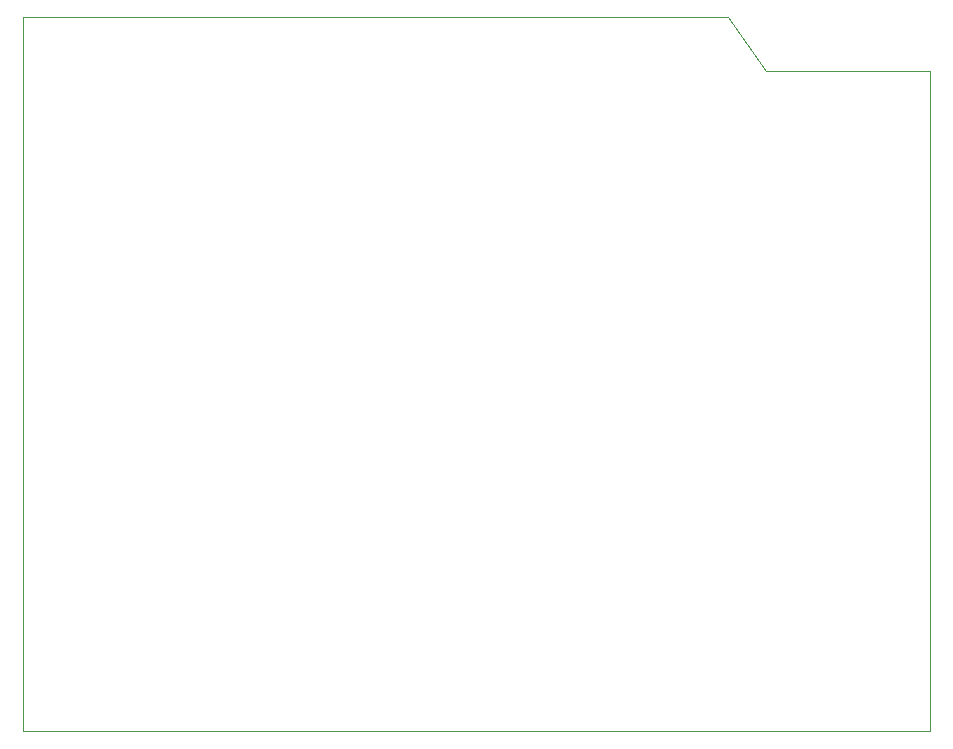
<source format=gbr>
%TF.GenerationSoftware,KiCad,Pcbnew,5.1.6-c6e7f7d~86~ubuntu20.04.1*%
%TF.CreationDate,2020-06-03T17:40:23+02:00*%
%TF.ProjectId,FShort,4653686f-7274-42e6-9b69-6361645f7063,rev?*%
%TF.SameCoordinates,Original*%
%TF.FileFunction,Profile,NP*%
%FSLAX46Y46*%
G04 Gerber Fmt 4.6, Leading zero omitted, Abs format (unit mm)*
G04 Created by KiCad (PCBNEW 5.1.6-c6e7f7d~86~ubuntu20.04.1) date 2020-06-03 17:40:23*
%MOMM*%
%LPD*%
G01*
G04 APERTURE LIST*
%TA.AperFunction,Profile*%
%ADD10C,0.050000*%
%TD*%
G04 APERTURE END LIST*
D10*
X162900000Y-41500000D02*
X176800000Y-41500000D01*
X159700000Y-37000000D02*
X162900000Y-41500000D01*
X100000000Y-37000000D02*
X159700000Y-37000000D01*
X100000000Y-97400000D02*
X100000000Y-37000000D01*
X176800000Y-97400000D02*
X100000000Y-97400000D01*
X176800000Y-97200000D02*
X176800000Y-97400000D01*
X176800000Y-97000000D02*
X176800000Y-97200000D01*
X176800000Y-96000000D02*
X176800000Y-97000000D01*
X176800000Y-41500000D02*
X176800000Y-96000000D01*
M02*

</source>
